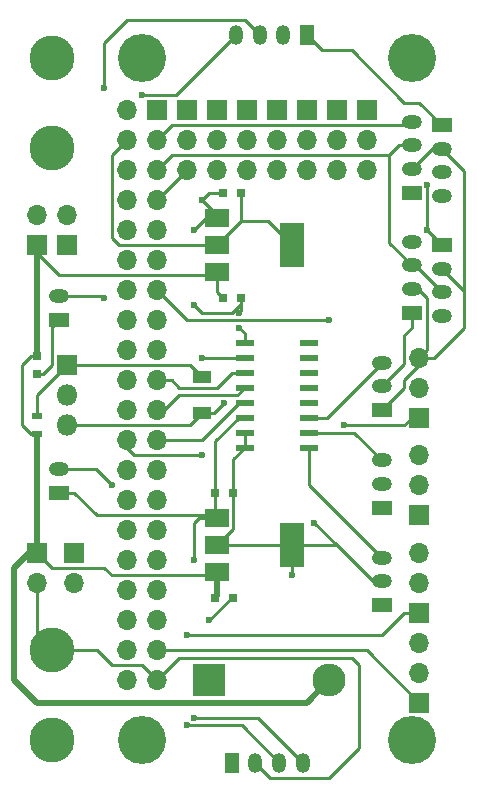
<source format=gbr>
G04 #@! TF.FileFunction,Copper,L1,Top,Signal*
%FSLAX46Y46*%
G04 Gerber Fmt 4.6, Leading zero omitted, Abs format (unit mm)*
G04 Created by KiCad (PCBNEW 4.0.7) date 09/14/18 14:53:24*
%MOMM*%
%LPD*%
G01*
G04 APERTURE LIST*
%ADD10C,0.100000*%
%ADD11C,4.064000*%
%ADD12R,0.800000X0.750000*%
%ADD13R,0.750000X0.800000*%
%ADD14R,1.600000X1.000000*%
%ADD15R,2.800000X2.800000*%
%ADD16O,2.800000X2.800000*%
%ADD17C,3.810000*%
%ADD18R,1.700000X1.700000*%
%ADD19O,1.700000X1.700000*%
%ADD20R,1.700000X1.200000*%
%ADD21O,1.700000X1.200000*%
%ADD22R,1.200000X1.700000*%
%ADD23O,1.200000X1.700000*%
%ADD24R,0.900000X0.500000*%
%ADD25R,2.000000X3.800000*%
%ADD26R,2.000000X1.500000*%
%ADD27R,1.800000X1.800000*%
%ADD28O,1.800000X1.800000*%
%ADD29R,1.500000X0.600000*%
%ADD30C,0.600000*%
%ADD31C,0.250000*%
%ADD32C,0.500000*%
G04 APERTURE END LIST*
D10*
D11*
X110490000Y-105410000D03*
X87630000Y-105410000D03*
X87630000Y-47625000D03*
X110490000Y-47625000D03*
D12*
X96000000Y-67945000D03*
X94500000Y-67945000D03*
X95365000Y-93345000D03*
X93865000Y-93345000D03*
D13*
X78740000Y-74410000D03*
X78740000Y-72910000D03*
D12*
X94500000Y-59055000D03*
X96000000Y-59055000D03*
X93865000Y-84455000D03*
X95365000Y-84455000D03*
D14*
X92710000Y-74700000D03*
X92710000Y-77700000D03*
D15*
X93345000Y-100330000D03*
D16*
X103505000Y-100330000D03*
D17*
X80010000Y-47625000D03*
X80010000Y-55245000D03*
X80010000Y-97790000D03*
X80010000Y-105410000D03*
D18*
X111125000Y-78105000D03*
D19*
X111125000Y-75565000D03*
X111125000Y-73025000D03*
D18*
X111125000Y-86360000D03*
D19*
X111125000Y-83820000D03*
X111125000Y-81280000D03*
D18*
X111125000Y-94615000D03*
D19*
X111125000Y-92075000D03*
X111125000Y-89535000D03*
D18*
X111125000Y-102235000D03*
D19*
X111125000Y-99695000D03*
X111125000Y-97155000D03*
D20*
X113030000Y-63500000D03*
D21*
X113030000Y-65500000D03*
X113030000Y-67500000D03*
X113030000Y-69500000D03*
D20*
X110490000Y-59055000D03*
D21*
X110490000Y-57055000D03*
X110490000Y-55055000D03*
X110490000Y-53055000D03*
D20*
X113030000Y-53340000D03*
D21*
X113030000Y-55340000D03*
X113030000Y-57340000D03*
X113030000Y-59340000D03*
D20*
X110490000Y-69215000D03*
D21*
X110490000Y-67215000D03*
X110490000Y-65215000D03*
X110490000Y-63215000D03*
D20*
X107950000Y-93980000D03*
D21*
X107950000Y-91980000D03*
X107950000Y-89980000D03*
D20*
X107950000Y-85725000D03*
D21*
X107950000Y-83725000D03*
X107950000Y-81725000D03*
D20*
X80645000Y-84455000D03*
D21*
X80645000Y-82455000D03*
D20*
X80645000Y-69850000D03*
D21*
X80645000Y-67850000D03*
D20*
X107950000Y-77470000D03*
D21*
X107950000Y-75470000D03*
X107950000Y-73470000D03*
D22*
X101600000Y-45720000D03*
D23*
X99600000Y-45720000D03*
X97600000Y-45720000D03*
X95600000Y-45720000D03*
D22*
X95250000Y-107315000D03*
D23*
X97250000Y-107315000D03*
X99250000Y-107315000D03*
X101250000Y-107315000D03*
D18*
X81280000Y-63500000D03*
D19*
X81280000Y-60960000D03*
D18*
X78740000Y-63500000D03*
D19*
X78740000Y-60960000D03*
D24*
X78740000Y-77990000D03*
X78740000Y-79490000D03*
D25*
X100305000Y-63500000D03*
D26*
X94005000Y-63500000D03*
X94005000Y-65800000D03*
X94005000Y-61200000D03*
D25*
X100305000Y-88900000D03*
D26*
X94005000Y-88900000D03*
X94005000Y-91200000D03*
X94005000Y-86600000D03*
D27*
X81280000Y-73660000D03*
D28*
X81280000Y-76200000D03*
X81280000Y-78740000D03*
D29*
X101760000Y-80645000D03*
X101760000Y-79375000D03*
X101760000Y-78105000D03*
X101760000Y-76835000D03*
X101760000Y-75565000D03*
X101760000Y-74295000D03*
X101760000Y-73025000D03*
X101760000Y-71755000D03*
X96360000Y-71755000D03*
X96360000Y-73025000D03*
X96360000Y-74295000D03*
X96360000Y-75565000D03*
X96360000Y-76835000D03*
X96360000Y-78105000D03*
X96360000Y-79375000D03*
X96360000Y-80645000D03*
D18*
X88900000Y-52070000D03*
D19*
X86360000Y-52070000D03*
X88900000Y-54610000D03*
X86360000Y-54610000D03*
X88900000Y-57150000D03*
X86360000Y-57150000D03*
X88900000Y-59690000D03*
X86360000Y-59690000D03*
X88900000Y-62230000D03*
X86360000Y-62230000D03*
X88900000Y-64770000D03*
X86360000Y-64770000D03*
X88900000Y-67310000D03*
X86360000Y-67310000D03*
X88900000Y-69850000D03*
X86360000Y-69850000D03*
X88900000Y-72390000D03*
X86360000Y-72390000D03*
X88900000Y-74930000D03*
X86360000Y-74930000D03*
X88900000Y-77470000D03*
X86360000Y-77470000D03*
X88900000Y-80010000D03*
X86360000Y-80010000D03*
X88900000Y-82550000D03*
X86360000Y-82550000D03*
X88900000Y-85090000D03*
X86360000Y-85090000D03*
X88900000Y-87630000D03*
X86360000Y-87630000D03*
X88900000Y-90170000D03*
X86360000Y-90170000D03*
X88900000Y-92710000D03*
X86360000Y-92710000D03*
X88900000Y-95250000D03*
X86360000Y-95250000D03*
X88900000Y-97790000D03*
X86360000Y-97790000D03*
X88900000Y-100330000D03*
X86360000Y-100330000D03*
D18*
X81915000Y-89535000D03*
D19*
X81915000Y-92075000D03*
D18*
X78740000Y-89535000D03*
D19*
X78740000Y-92075000D03*
D18*
X91440000Y-52070000D03*
D19*
X91440000Y-54610000D03*
X91440000Y-57150000D03*
D18*
X93980000Y-52070000D03*
D19*
X93980000Y-54610000D03*
X93980000Y-57150000D03*
D18*
X96520000Y-52070000D03*
D19*
X96520000Y-54610000D03*
X96520000Y-57150000D03*
D18*
X99060000Y-52070000D03*
D19*
X99060000Y-54610000D03*
X99060000Y-57150000D03*
D18*
X101600000Y-52070000D03*
D19*
X101600000Y-54610000D03*
X101600000Y-57150000D03*
D18*
X104140000Y-52070000D03*
D19*
X104140000Y-54610000D03*
X104140000Y-57150000D03*
D18*
X106680000Y-52070000D03*
D19*
X106680000Y-54610000D03*
X106680000Y-57150000D03*
D30*
X93345000Y-95250000D03*
X92075000Y-90170000D03*
X95885000Y-70485000D03*
X95885000Y-69215000D03*
X92075000Y-62230000D03*
X92075000Y-68580000D03*
X92710000Y-59690000D03*
X94615000Y-76835000D03*
X100330000Y-91440000D03*
X102235000Y-86995000D03*
X111760000Y-62230000D03*
X111760000Y-58420000D03*
X84455000Y-50165000D03*
X87630000Y-50800000D03*
X103505000Y-69850000D03*
X91440000Y-104140000D03*
X92075000Y-103505000D03*
X92710000Y-81280000D03*
X92710000Y-73025000D03*
X104775000Y-78740000D03*
X91440000Y-96520000D03*
X85090000Y-83820000D03*
X84455000Y-67945000D03*
D31*
X94005000Y-63500000D02*
X85725000Y-63500000D01*
X85090000Y-55880000D02*
X86360000Y-54610000D01*
X85090000Y-62865000D02*
X85090000Y-55880000D01*
X85725000Y-63500000D02*
X85090000Y-62865000D01*
X96000000Y-61505000D02*
X98310000Y-61505000D01*
X98310000Y-61505000D02*
X100305000Y-63500000D01*
X96000000Y-59055000D02*
X96000000Y-61505000D01*
X96000000Y-61505000D02*
X94005000Y-63500000D01*
X88900000Y-100330000D02*
X90805000Y-98425000D01*
X98520000Y-108585000D02*
X97250000Y-107315000D01*
X103505000Y-108585000D02*
X98520000Y-108585000D01*
X106045000Y-106045000D02*
X103505000Y-108585000D01*
X106045000Y-99060000D02*
X106045000Y-106045000D01*
X105410000Y-98425000D02*
X106045000Y-99060000D01*
X90805000Y-98425000D02*
X105410000Y-98425000D01*
X80645000Y-84455000D02*
X81915000Y-84455000D01*
X83820000Y-86360000D02*
X93765000Y-86360000D01*
X81915000Y-84455000D02*
X83820000Y-86360000D01*
X93765000Y-86360000D02*
X94005000Y-86600000D01*
X80010000Y-97790000D02*
X83820000Y-97790000D01*
X87630000Y-99060000D02*
X88900000Y-100330000D01*
X85090000Y-99060000D02*
X87630000Y-99060000D01*
X83820000Y-97790000D02*
X85090000Y-99060000D01*
X94500000Y-59055000D02*
X93345000Y-59055000D01*
X93345000Y-59055000D02*
X92710000Y-59690000D01*
X93865000Y-84455000D02*
X93865000Y-86460000D01*
X93865000Y-86460000D02*
X94005000Y-86600000D01*
X96360000Y-78105000D02*
X95885000Y-78105000D01*
X95885000Y-78105000D02*
X93865000Y-80125000D01*
X93865000Y-80125000D02*
X93865000Y-84455000D01*
X94005000Y-86600000D02*
X92470000Y-86600000D01*
X93345000Y-95250000D02*
X95250000Y-93345000D01*
X92075000Y-86995000D02*
X92075000Y-90170000D01*
X92470000Y-86600000D02*
X92075000Y-86995000D01*
X95250000Y-93345000D02*
X95365000Y-93345000D01*
X78740000Y-92075000D02*
X78740000Y-96520000D01*
X78740000Y-96520000D02*
X80010000Y-97790000D01*
X78740000Y-74410000D02*
X79260000Y-74410000D01*
X80010000Y-70485000D02*
X80645000Y-69850000D01*
X80010000Y-73660000D02*
X80010000Y-70485000D01*
X79260000Y-74410000D02*
X80010000Y-73660000D01*
X96000000Y-68465000D02*
X96000000Y-69100000D01*
X96360000Y-70960000D02*
X96360000Y-71755000D01*
X95885000Y-70485000D02*
X96360000Y-70960000D01*
X96000000Y-69100000D02*
X95885000Y-69215000D01*
X96000000Y-67945000D02*
X96000000Y-68465000D01*
X92075000Y-62230000D02*
X93105000Y-61200000D01*
X92710000Y-69215000D02*
X92075000Y-68580000D01*
X95250000Y-69215000D02*
X92710000Y-69215000D01*
X96000000Y-68465000D02*
X95250000Y-69215000D01*
X93105000Y-61200000D02*
X94005000Y-61200000D01*
X92710000Y-59690000D02*
X94005000Y-60985000D01*
X94005000Y-60985000D02*
X94005000Y-61200000D01*
X114935000Y-67405000D02*
X114935000Y-57245000D01*
X114935000Y-57245000D02*
X113030000Y-55340000D01*
X111125000Y-73025000D02*
X112395000Y-73025000D01*
X114935000Y-67405000D02*
X113030000Y-65500000D01*
X114935000Y-70485000D02*
X114935000Y-67405000D01*
X112395000Y-73025000D02*
X114935000Y-70485000D01*
X113030000Y-55340000D02*
X112205000Y-55340000D01*
X112205000Y-55340000D02*
X110490000Y-57055000D01*
X110490000Y-67215000D02*
X111030000Y-67215000D01*
X111030000Y-67215000D02*
X111760000Y-67945000D01*
X111760000Y-67945000D02*
X111760000Y-72390000D01*
X111760000Y-72390000D02*
X111125000Y-73025000D01*
X111125000Y-73025000D02*
X111125000Y-73660000D01*
X111125000Y-73660000D02*
X109855000Y-74930000D01*
X109855000Y-74930000D02*
X109855000Y-75565000D01*
X109855000Y-75565000D02*
X107950000Y-77470000D01*
X78740000Y-63500000D02*
X78740000Y-64135000D01*
X78740000Y-64135000D02*
X80645000Y-66040000D01*
X80645000Y-66040000D02*
X93765000Y-66040000D01*
X93765000Y-66040000D02*
X94005000Y-65800000D01*
X94005000Y-65800000D02*
X94005000Y-67450000D01*
X94005000Y-67450000D02*
X94500000Y-67945000D01*
D32*
X78740000Y-89535000D02*
X78105000Y-89535000D01*
X78105000Y-89535000D02*
X76835000Y-90805000D01*
X101600000Y-102235000D02*
X103505000Y-100330000D01*
X78740000Y-102235000D02*
X101600000Y-102235000D01*
X76835000Y-100330000D02*
X78740000Y-102235000D01*
X76835000Y-90805000D02*
X76835000Y-100330000D01*
X78740000Y-79490000D02*
X78740000Y-89535000D01*
X78740000Y-63500000D02*
X78740000Y-72910000D01*
D31*
X78740000Y-72910000D02*
X78220000Y-72910000D01*
X78220000Y-79490000D02*
X78740000Y-79490000D01*
X77470000Y-78740000D02*
X78220000Y-79490000D01*
X77470000Y-73660000D02*
X77470000Y-78740000D01*
X78220000Y-72910000D02*
X77470000Y-73660000D01*
X78740000Y-89535000D02*
X80010000Y-90805000D01*
X80010000Y-90805000D02*
X84455000Y-90805000D01*
X84455000Y-90805000D02*
X85090000Y-91440000D01*
X85090000Y-91440000D02*
X93765000Y-91440000D01*
X93765000Y-91440000D02*
X94005000Y-91200000D01*
D32*
X94005000Y-91200000D02*
X94005000Y-93205000D01*
X94005000Y-93205000D02*
X93865000Y-93345000D01*
D31*
X92710000Y-77700000D02*
X93750000Y-77700000D01*
X93750000Y-77700000D02*
X94615000Y-76835000D01*
X80645000Y-78740000D02*
X91670000Y-78740000D01*
X91670000Y-78740000D02*
X92710000Y-77700000D01*
X100305000Y-88900000D02*
X100305000Y-91415000D01*
X100330000Y-91440000D02*
X100305000Y-91415000D01*
X105410000Y-46990000D02*
X102870000Y-46990000D01*
X113030000Y-53340000D02*
X111125000Y-51435000D01*
X109855000Y-51435000D02*
X111125000Y-51435000D01*
X105410000Y-46990000D02*
X109855000Y-51435000D01*
X102870000Y-46990000D02*
X101600000Y-45720000D01*
X104140000Y-88900000D02*
X102235000Y-86995000D01*
X100305000Y-88900000D02*
X104140000Y-88900000D01*
X107220000Y-91980000D02*
X104140000Y-88900000D01*
X110490000Y-69215000D02*
X110490000Y-70485000D01*
X109855000Y-73565000D02*
X107950000Y-75470000D01*
X109855000Y-71120000D02*
X109855000Y-73565000D01*
X110490000Y-70485000D02*
X109855000Y-71120000D01*
X107220000Y-91980000D02*
X107950000Y-91980000D01*
X100305000Y-88900000D02*
X94005000Y-88900000D01*
X95365000Y-84455000D02*
X95365000Y-87540000D01*
X95365000Y-87540000D02*
X94005000Y-88900000D01*
X95365000Y-84455000D02*
X95365000Y-81640000D01*
X95365000Y-81640000D02*
X96360000Y-80645000D01*
X96360000Y-80645000D02*
X96360000Y-79375000D01*
X111760000Y-62230000D02*
X111760000Y-58420000D01*
X113030000Y-63500000D02*
X111760000Y-62230000D01*
X78740000Y-77990000D02*
X78740000Y-76200000D01*
X78740000Y-76200000D02*
X81280000Y-73660000D01*
X80645000Y-73660000D02*
X91670000Y-73660000D01*
X91670000Y-73660000D02*
X92710000Y-74700000D01*
X88900000Y-54610000D02*
X90170000Y-53340000D01*
X90170000Y-53340000D02*
X110205000Y-53340000D01*
X110205000Y-53340000D02*
X110490000Y-53055000D01*
X88900000Y-57150000D02*
X90170000Y-55880000D01*
X90170000Y-55880000D02*
X108585000Y-55880000D01*
X110490000Y-65215000D02*
X110745000Y-65215000D01*
X110745000Y-65215000D02*
X113030000Y-67500000D01*
X110490000Y-55055000D02*
X110745000Y-55055000D01*
X110490000Y-55055000D02*
X109410000Y-55055000D01*
X108585000Y-63310000D02*
X110490000Y-65215000D01*
X108585000Y-55880000D02*
X108585000Y-63310000D01*
X109410000Y-55055000D02*
X108585000Y-55880000D01*
X91440000Y-57150000D02*
X88900000Y-59690000D01*
X84455000Y-50165000D02*
X84455000Y-46355000D01*
X96330000Y-44450000D02*
X97600000Y-45720000D01*
X86360000Y-44450000D02*
X96330000Y-44450000D01*
X84455000Y-46355000D02*
X86360000Y-44450000D01*
X87630000Y-50800000D02*
X90520000Y-50800000D01*
X90520000Y-50800000D02*
X95600000Y-45720000D01*
X91440000Y-69850000D02*
X88900000Y-67310000D01*
X103505000Y-69850000D02*
X91440000Y-69850000D01*
X91440000Y-104140000D02*
X96075000Y-104140000D01*
X96075000Y-104140000D02*
X99250000Y-107315000D01*
X92075000Y-103505000D02*
X97440000Y-103505000D01*
X97440000Y-103505000D02*
X101250000Y-107315000D01*
X88900000Y-74930000D02*
X90170000Y-74930000D01*
X95250000Y-74295000D02*
X96360000Y-74295000D01*
X93980000Y-75565000D02*
X95250000Y-74295000D01*
X90805000Y-75565000D02*
X93980000Y-75565000D01*
X90170000Y-74930000D02*
X90805000Y-75565000D01*
X88900000Y-77470000D02*
X89535000Y-77470000D01*
X89535000Y-77470000D02*
X90805000Y-76200000D01*
X90805000Y-76200000D02*
X95725000Y-76200000D01*
X95725000Y-76200000D02*
X96360000Y-75565000D01*
X96360000Y-76835000D02*
X95885000Y-76835000D01*
X95885000Y-76835000D02*
X92710000Y-80010000D01*
X92710000Y-80010000D02*
X88900000Y-80010000D01*
X96360000Y-73025000D02*
X92710000Y-73025000D01*
X86995000Y-81280000D02*
X86360000Y-80645000D01*
X92710000Y-81280000D02*
X86995000Y-81280000D01*
X86360000Y-80645000D02*
X86360000Y-80010000D01*
X109855000Y-78740000D02*
X110490000Y-78105000D01*
X104775000Y-78740000D02*
X109855000Y-78740000D01*
X110490000Y-78105000D02*
X111125000Y-78105000D01*
X111125000Y-94615000D02*
X109855000Y-94615000D01*
X107950000Y-96520000D02*
X91440000Y-96520000D01*
X109855000Y-94615000D02*
X107950000Y-96520000D01*
X80645000Y-82455000D02*
X83725000Y-82455000D01*
X83725000Y-82455000D02*
X85090000Y-83820000D01*
X88900000Y-97790000D02*
X106680000Y-97790000D01*
X106680000Y-97790000D02*
X111125000Y-102235000D01*
X80645000Y-67850000D02*
X84360000Y-67850000D01*
X84360000Y-67850000D02*
X84455000Y-67945000D01*
X101760000Y-80645000D02*
X101760000Y-83790000D01*
X101760000Y-83790000D02*
X107950000Y-89980000D01*
X101760000Y-79375000D02*
X105600000Y-79375000D01*
X105600000Y-79375000D02*
X107950000Y-81725000D01*
X101760000Y-78105000D02*
X103315000Y-78105000D01*
X103315000Y-78105000D02*
X107950000Y-73470000D01*
M02*

</source>
